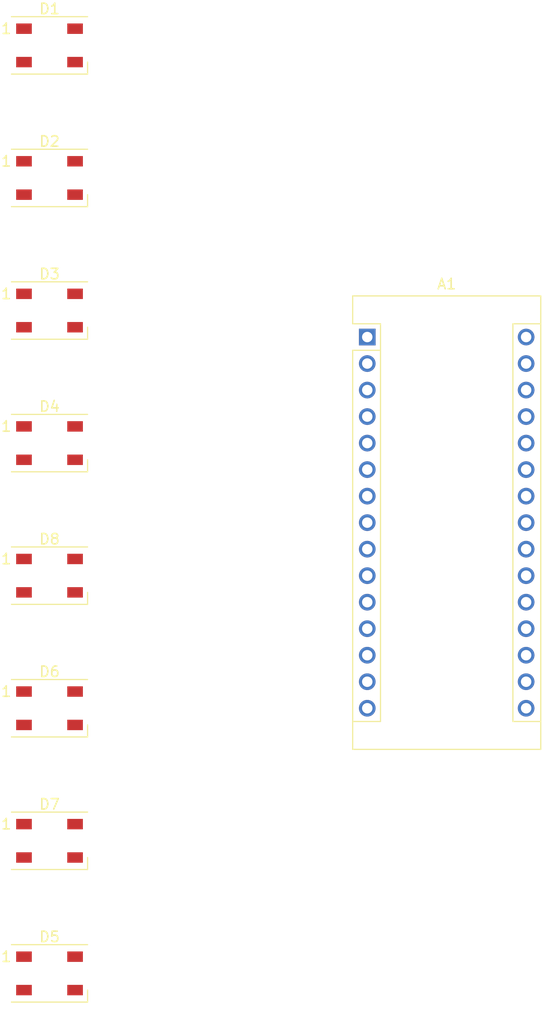
<source format=kicad_pcb>
(kicad_pcb (version 20211014) (generator pcbnew)
  (layers (0 "F.Cu" signal) (31 "B.Cu" signal) (34 "B.Paste" user) (35 "F.Paste" user) (36 "B.SilkS" user "B.Silkscreen") (37 "F.SilkS" user "F.Silkscreen") (38 "B.Mask" user) (39 "F.Mask" user) (44 "Edge.Cuts" user))
  (net 0 "")
  (net 19 "+5V")
  (net 21 "GND")
  (net 23 "Net-(A1-Pad6)")
  (net 25 "Net-(A1-Pad7)")
  (net 26 "Net-(A1-Pad8)")
  (net 27 "Net-(A1-Pad9)")
  (net 35 "Net-(A1-Pad10)")
  (net 36 "Net-(A1-Pad11)")
  (net 37 "Net-(A1-Pad12)")
  (net 38 "Net-(A1-Pad13)")
  (footprint "Module:Arduino_Nano" (layer "F.Cu") (at 132.08 88.9)
    (fp_text reference "A1" (at 7.62 -5.08) (layer "F.SilkS"))
    (fp_text value "Arduino_Nano_v3.x")
    (fp_line (start 1.27 1.27) (end 1.27 36.83) (layer "F.SilkS") (width 0.12))
    (fp_line (start 1.27 1.27) (end 1.27 -1.27) (layer "F.SilkS") (width 0.12))
    (fp_line (start 1.27 36.83) (end -1.4 36.83) (layer "F.SilkS") (width 0.12))
    (fp_line (start -1.4 1.27) (end -1.4 39.5) (layer "F.SilkS") (width 0.12))
    (fp_line (start 13.97 -1.27) (end 16.64 -1.27) (layer "F.SilkS") (width 0.12))
    (fp_line (start 13.97 -1.27) (end 13.97 36.83) (layer "F.SilkS") (width 0.12))
    (fp_line (start 16.64 -3.94) (end -1.4 -3.94) (layer "F.SilkS") (width 0.12))
    (fp_line (start 13.97 36.83) (end 16.64 36.83) (layer "F.SilkS") (width 0.12))
    (fp_line (start 16.64 39.5) (end 16.64 -3.94) (layer "F.SilkS") (width 0.12))
    (fp_line (start -1.4 -3.94) (end -1.4 -1.27) (layer "F.SilkS") (width 0.12))
    (fp_line (start 1.27 1.27) (end -1.4 1.27) (layer "F.SilkS") (width 0.12))
    (fp_line (start 1.27 -1.27) (end -1.4 -1.27) (layer "F.SilkS") (width 0.12))
    (fp_line (start -1.4 39.5) (end 16.64 39.5) (layer "F.SilkS") (width 0.12))
    (pad "1" thru_hole rect (at 0 0) (size 1.6 1.6) (drill 1) (layers *.Cu *.Mask))
    (pad "2" thru_hole oval (at 0 2.54) (size 1.6 1.6) (drill 1) (layers *.Cu *.Mask))
    (pad "3" thru_hole oval (at 0 5.08) (size 1.6 1.6) (drill 1) (layers *.Cu *.Mask))
    (pad "4" thru_hole oval (at 0 7.62) (size 1.6 1.6) (drill 1) (layers *.Cu *.Mask))
    (pad "5" thru_hole oval (at 0 10.16) (size 1.6 1.6) (drill 1) (layers *.Cu *.Mask))
    (pad "6" thru_hole oval (at 0 12.7) (size 1.6 1.6) (drill 1) (layers *.Cu *.Mask) (net 23 "Net-(A1-Pad6)"))
    (pad "7" thru_hole oval (at 0 15.24) (size 1.6 1.6) (drill 1) (layers *.Cu *.Mask) (net 25 "Net-(A1-Pad7)"))
    (pad "8" thru_hole oval (at 0 17.78) (size 1.6 1.6) (drill 1) (layers *.Cu *.Mask) (net 26 "Net-(A1-Pad8)"))
    (pad "9" thru_hole oval (at 0 20.32) (size 1.6 1.6) (drill 1) (layers *.Cu *.Mask) (net 27 "Net-(A1-Pad9)"))
    (pad "10" thru_hole oval (at 0 22.86) (size 1.6 1.6) (drill 1) (layers *.Cu *.Mask) (net 35 "Net-(A1-Pad10)"))
    (pad "11" thru_hole oval (at 0 25.4) (size 1.6 1.6) (drill 1) (layers *.Cu *.Mask) (net 36 "Net-(A1-Pad11)"))
    (pad "12" thru_hole oval (at 0 27.94) (size 1.6 1.6) (drill 1) (layers *.Cu *.Mask) (net 37 "Net-(A1-Pad12)"))
    (pad "13" thru_hole oval (at 0 30.48) (size 1.6 1.6) (drill 1) (layers *.Cu *.Mask) (net 38 "Net-(A1-Pad13)"))
    (pad "14" thru_hole oval (at 0 33.02) (size 1.6 1.6) (drill 1) (layers *.Cu *.Mask))
    (pad "15" thru_hole oval (at 0 35.56) (size 1.6 1.6) (drill 1) (layers *.Cu *.Mask))
    (pad "16" thru_hole oval (at 15.24 35.56) (size 1.6 1.6) (drill 1) (layers *.Cu *.Mask))
    (pad "17" thru_hole oval (at 15.24 33.02) (size 1.6 1.6) (drill 1) (layers *.Cu *.Mask))
    (pad "18" thru_hole oval (at 15.24 30.48) (size 1.6 1.6) (drill 1) (layers *.Cu *.Mask))
    (pad "19" thru_hole oval (at 15.24 27.94) (size 1.6 1.6) (drill 1) (layers *.Cu *.Mask))
    (pad "20" thru_hole oval (at 15.24 25.4) (size 1.6 1.6) (drill 1) (layers *.Cu *.Mask))
    (pad "21" thru_hole oval (at 15.24 22.86) (size 1.6 1.6) (drill 1) (layers *.Cu *.Mask))
    (pad "22" thru_hole oval (at 15.24 20.32) (size 1.6 1.6) (drill 1) (layers *.Cu *.Mask))
    (pad "23" thru_hole oval (at 15.24 17.78) (size 1.6 1.6) (drill 1) (layers *.Cu *.Mask))
    (pad "24" thru_hole oval (at 15.24 15.24) (size 1.6 1.6) (drill 1) (layers *.Cu *.Mask))
    (pad "25" thru_hole oval (at 15.24 12.7) (size 1.6 1.6) (drill 1) (layers *.Cu *.Mask))
    (pad "26" thru_hole oval (at 15.24 10.16) (size 1.6 1.6) (drill 1) (layers *.Cu *.Mask))
    (pad "27" thru_hole oval (at 15.24 7.62) (size 1.6 1.6) (drill 1) (layers *.Cu *.Mask) (net 19 "+5V"))
    (pad "28" thru_hole oval (at 15.24 5.08) (size 1.6 1.6) (drill 1) (layers *.Cu *.Mask))
    (pad "29" thru_hole oval (at 15.24 2.54) (size 1.6 1.6) (drill 1) (layers *.Cu *.Mask) (net 21 "GND"))
    (pad "30" thru_hole oval (at 15.24 0) (size 1.6 1.6) (drill 1) (layers *.Cu *.Mask))
  )
  (footprint "LED_SMD:LED_WS2812B_PLCC4_5.0x5.0mm_P3.2mm" (layer "F.Cu") (at 101.6 124.46)
    (fp_text reference "D6" (at 0 -3.5) (layer "F.SilkS"))
    (fp_text value "WS2812B")
    (fp_text user "1" (at -4.15 -1.6) (layer "F.SilkS"))
    (fp_line (start -3.65 2.75) (end 3.65 2.75) (layer "F.SilkS") (width 0.12))
    (fp_line (start 3.65 2.75) (end 3.65 1.6) (layer "F.SilkS") (width 0.12))
    (fp_line (start -3.65 -2.75) (end 3.65 -2.75) (layer "F.SilkS") (width 0.12))
    (pad "1" smd rect (at -2.45 -1.6) (size 1.5 1) (layers "F.Cu" "F.Paste" "F.Mask") (net 21 "GND"))
    (pad "2" smd rect (at -2.45 1.6) (size 1.5 1) (layers "F.Cu" "F.Paste" "F.Mask"))
    (pad "3" smd rect (at 2.45 1.6) (size 1.5 1) (layers "F.Cu" "F.Paste" "F.Mask") (net 19 "+5V"))
    (pad "4" smd rect (at 2.45 -1.6) (size 1.5 1) (layers "F.Cu" "F.Paste" "F.Mask") (net 36 "Net-(A1-Pad11)"))
  )
  (footprint "LED_SMD:LED_WS2812B_PLCC4_5.0x5.0mm_P3.2mm" (layer "F.Cu") (at 101.6 73.66)
    (fp_text reference "D2" (at 0 -3.5) (layer "F.SilkS"))
    (fp_text value "WS2812B")
    (fp_text user "1" (at -4.15 -1.6) (layer "F.SilkS"))
    (fp_line (start -3.65 -2.75) (end 3.65 -2.75) (layer "F.SilkS") (width 0.12))
    (fp_line (start 3.65 2.75) (end 3.65 1.6) (layer "F.SilkS") (width 0.12))
    (fp_line (start -3.65 2.75) (end 3.65 2.75) (layer "F.SilkS") (width 0.12))
    (pad "1" smd rect (at -2.45 -1.6) (size 1.5 1) (layers "F.Cu" "F.Paste" "F.Mask") (net 21 "GND"))
    (pad "2" smd rect (at -2.45 1.6) (size 1.5 1) (layers "F.Cu" "F.Paste" "F.Mask"))
    (pad "3" smd rect (at 2.45 1.6) (size 1.5 1) (layers "F.Cu" "F.Paste" "F.Mask") (net 19 "+5V"))
    (pad "4" smd rect (at 2.45 -1.6) (size 1.5 1) (layers "F.Cu" "F.Paste" "F.Mask") (net 25 "Net-(A1-Pad7)"))
  )
  (footprint "LED_SMD:LED_WS2812B_PLCC4_5.0x5.0mm_P3.2mm" (layer "F.Cu") (at 101.6 111.76)
    (fp_text reference "D8" (at 0 -3.5) (layer "F.SilkS"))
    (fp_text value "WS2812B")
    (fp_text user "1" (at -4.15 -1.6) (layer "F.SilkS"))
    (fp_line (start 3.65 2.75) (end 3.65 1.6) (layer "F.SilkS") (width 0.12))
    (fp_line (start -3.65 2.75) (end 3.65 2.75) (layer "F.SilkS") (width 0.12))
    (fp_line (start -3.65 -2.75) (end 3.65 -2.75) (layer "F.SilkS") (width 0.12))
    (pad "1" smd rect (at -2.45 -1.6) (size 1.5 1) (layers "F.Cu" "F.Paste" "F.Mask") (net 21 "GND"))
    (pad "2" smd rect (at -2.45 1.6) (size 1.5 1) (layers "F.Cu" "F.Paste" "F.Mask"))
    (pad "3" smd rect (at 2.45 1.6) (size 1.5 1) (layers "F.Cu" "F.Paste" "F.Mask") (net 19 "+5V"))
    (pad "4" smd rect (at 2.45 -1.6) (size 1.5 1) (layers "F.Cu" "F.Paste" "F.Mask") (net 38 "Net-(A1-Pad13)"))
  )
  (footprint "LED_SMD:LED_WS2812B_PLCC4_5.0x5.0mm_P3.2mm" (layer "F.Cu") (at 101.6 60.96)
    (fp_text reference "D1" (at 0 -3.5) (layer "F.SilkS"))
    (fp_text value "WS2812B")
    (fp_text user "1" (at -4.15 -1.6) (layer "F.SilkS"))
    (fp_line (start -3.65 2.75) (end 3.65 2.75) (layer "F.SilkS") (width 0.12))
    (fp_line (start 3.65 2.75) (end 3.65 1.6) (layer "F.SilkS") (width 0.12))
    (fp_line (start -3.65 -2.75) (end 3.65 -2.75) (layer "F.SilkS") (width 0.12))
    (pad "1" smd rect (at -2.45 -1.6) (size 1.5 1) (layers "F.Cu" "F.Paste" "F.Mask") (net 21 "GND"))
    (pad "2" smd rect (at -2.45 1.6) (size 1.5 1) (layers "F.Cu" "F.Paste" "F.Mask"))
    (pad "3" smd rect (at 2.45 1.6) (size 1.5 1) (layers "F.Cu" "F.Paste" "F.Mask") (net 19 "+5V"))
    (pad "4" smd rect (at 2.45 -1.6) (size 1.5 1) (layers "F.Cu" "F.Paste" "F.Mask") (net 23 "Net-(A1-Pad6)"))
  )
  (footprint "LED_SMD:LED_WS2812B_PLCC4_5.0x5.0mm_P3.2mm" (layer "F.Cu") (at 101.6 149.86)
    (fp_text reference "D5" (at 0 -3.5) (layer "F.SilkS"))
    (fp_text value "WS2812B")
    (fp_text user "1" (at -4.15 -1.6) (layer "F.SilkS"))
    (fp_line (start -3.65 2.75) (end 3.65 2.75) (layer "F.SilkS") (width 0.12))
    (fp_line (start 3.65 2.75) (end 3.65 1.6) (layer "F.SilkS") (width 0.12))
    (fp_line (start -3.65 -2.75) (end 3.65 -2.75) (layer "F.SilkS") (width 0.12))
    (pad "1" smd rect (at -2.45 -1.6) (size 1.5 1) (layers "F.Cu" "F.Paste" "F.Mask") (net 21 "GND"))
    (pad "2" smd rect (at -2.45 1.6) (size 1.5 1) (layers "F.Cu" "F.Paste" "F.Mask"))
    (pad "3" smd rect (at 2.45 1.6) (size 1.5 1) (layers "F.Cu" "F.Paste" "F.Mask") (net 19 "+5V"))
    (pad "4" smd rect (at 2.45 -1.6) (size 1.5 1) (layers "F.Cu" "F.Paste" "F.Mask") (net 35 "Net-(A1-Pad10)"))
  )
  (footprint "LED_SMD:LED_WS2812B_PLCC4_5.0x5.0mm_P3.2mm" (layer "F.Cu") (at 101.6 99.06)
    (fp_text reference "D4" (at 0 -3.5) (layer "F.SilkS"))
    (fp_text value "WS2812B")
    (fp_text user "1" (at -4.15 -1.6) (layer "F.SilkS"))
    (fp_line (start 3.65 2.75) (end 3.65 1.6) (layer "F.SilkS") (width 0.12))
    (fp_line (start -3.65 2.75) (end 3.65 2.75) (layer "F.SilkS") (width 0.12))
    (fp_line (start -3.65 -2.75) (end 3.65 -2.75) (layer "F.SilkS") (width 0.12))
    (pad "1" smd rect (at -2.45 -1.6) (size 1.5 1) (layers "F.Cu" "F.Paste" "F.Mask") (net 21 "GND"))
    (pad "2" smd rect (at -2.45 1.6) (size 1.5 1) (layers "F.Cu" "F.Paste" "F.Mask"))
    (pad "3" smd rect (at 2.45 1.6) (size 1.5 1) (layers "F.Cu" "F.Paste" "F.Mask") (net 19 "+5V"))
    (pad "4" smd rect (at 2.45 -1.6) (size 1.5 1) (layers "F.Cu" "F.Paste" "F.Mask") (net 27 "Net-(A1-Pad9)"))
  )
  (footprint "LED_SMD:LED_WS2812B_PLCC4_5.0x5.0mm_P3.2mm" (layer "F.Cu") (at 101.6 86.36)
    (fp_text reference "D3" (at 0 -3.5) (layer "F.SilkS"))
    (fp_text value "WS2812B")
    (fp_text user "1" (at -4.15 -1.6) (layer "F.SilkS"))
    (fp_line (start -3.65 -2.75) (end 3.65 -2.75) (layer "F.SilkS") (width 0.12))
    (fp_line (start 3.65 2.75) (end 3.65 1.6) (layer "F.SilkS") (width 0.12))
    (fp_line (start -3.65 2.75) (end 3.65 2.75) (layer "F.SilkS") (width 0.12))
    (pad "1" smd rect (at -2.45 -1.6) (size 1.5 1) (layers "F.Cu" "F.Paste" "F.Mask") (net 21 "GND"))
    (pad "2" smd rect (at -2.45 1.6) (size 1.5 1) (layers "F.Cu" "F.Paste" "F.Mask"))
    (pad "3" smd rect (at 2.45 1.6) (size 1.5 1) (layers "F.Cu" "F.Paste" "F.Mask") (net 19 "+5V"))
    (pad "4" smd rect (at 2.45 -1.6) (size 1.5 1) (layers "F.Cu" "F.Paste" "F.Mask") (net 26 "Net-(A1-Pad8)"))
  )
  (footprint "LED_SMD:LED_WS2812B_PLCC4_5.0x5.0mm_P3.2mm" (layer "F.Cu") (at 101.6 137.16)
    (fp_text reference "D7" (at 0 -3.5) (layer "F.SilkS"))
    (fp_text value "WS2812B")
    (fp_text user "1" (at -4.15 -1.6) (layer "F.SilkS"))
    (fp_line (start -3.65 2.75) (end 3.65 2.75) (layer "F.SilkS") (width 0.12))
    (fp_line (start 3.65 2.75) (end 3.65 1.6) (layer "F.SilkS") (width 0.12))
    (fp_line (start -3.65 -2.75) (end 3.65 -2.75) (layer "F.SilkS") (width 0.12))
    (pad "1" smd rect (at -2.45 -1.6) (size 1.5 1) (layers "F.Cu" "F.Paste" "F.Mask") (net 21 "GND"))
    (pad "2" smd rect (at -2.45 1.6) (size 1.5 1) (layers "F.Cu" "F.Paste" "F.Mask"))
    (pad "3" smd rect (at 2.45 1.6) (size 1.5 1) (layers "F.Cu" "F.Paste" "F.Mask") (net 19 "+5V"))
    (pad "4" smd rect (at 2.45 -1.6) (size 1.5 1) (layers "F.Cu" "F.Paste" "F.Mask") (net 37 "Net-(A1-Pad12)"))
  )
)
</source>
